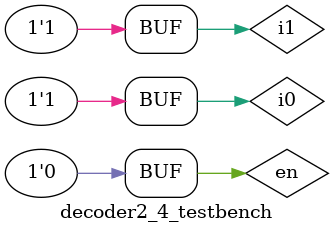
<source format=sv>
`timescale 1ps / 1ps

module decoder2_4(i0, i1, en, out);
	input logic i0, i1, en;
	output logic [3:0]out;
	parameter Delay = 50;
	
	logic [1:0]en_arr;
	logic [1:0]lower_out;
	logic [1:0]upper_out;
	
	decoder1_2 decoder1_2_1(.i0(i1), .en(en), .out(en_arr));
	decoder1_2 decoder1_2_2(.i0(i0), .en(en_arr[0]), .out(lower_out));
	decoder1_2 decoder1_2_3(.i0(i0), .en(en_arr[1]), .out(upper_out));
	
	and #Delay and_Gate1(out[0], lower_out[0], en);
	and #Delay and_Gate2(out[1], lower_out[1], en);
	and #Delay and_Gate3(out[2], upper_out[0], en);
	and #Delay and_Gate4(out[3], upper_out[1], en);

endmodule

module decoder2_4_testbench();
	logic i0, i1, en;
	logic [3:0]out;
	decoder2_4 dut (.i0, .i1, .en, .out);
	initial begin
		en=1; i1=0; i0=0; #1000;
		en=1; i1=0; i0=1; #1000;
		en=1; i1=1; i0=0; #1000;
		en=1; i1=1; i0=1; #1000;
		en=0; i1=0; i0=0; #1000;
		en=0; i1=0; i0=1; #1000;
		en=0; i1=1; i0=0; #1000;
		en=0; i1=1; i0=1; #1000;
	end
endmodule
</source>
